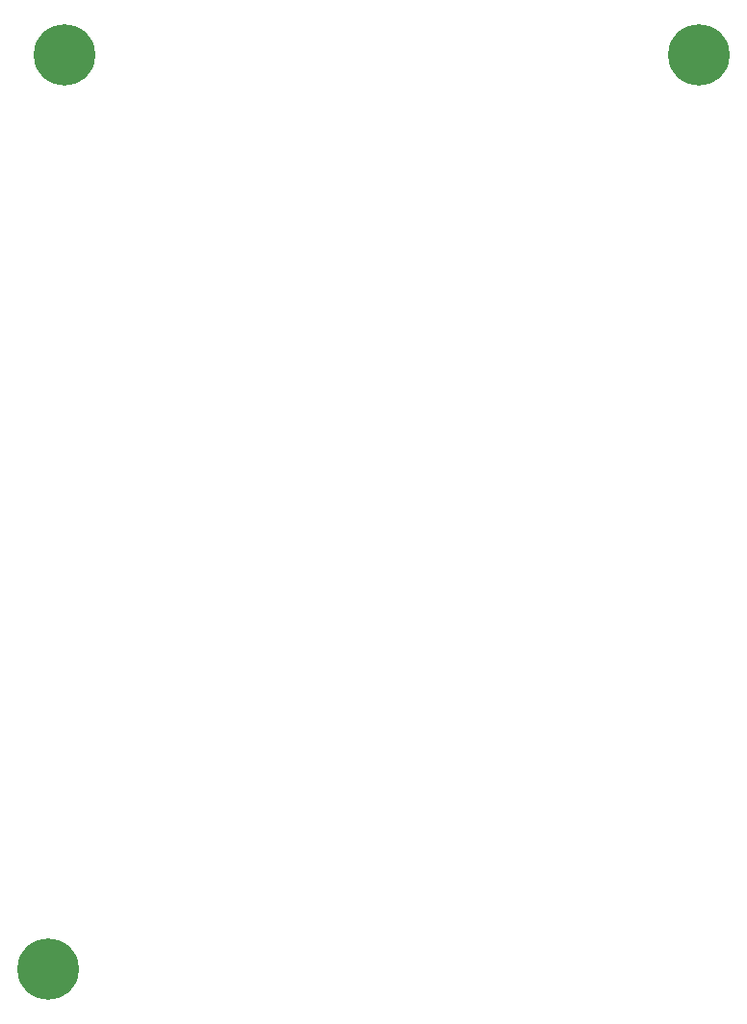
<source format=gbr>
G04 #@! TF.GenerationSoftware,KiCad,Pcbnew,(5.0.0)*
G04 #@! TF.CreationDate,2020-08-12T18:15:37-04:00*
G04 #@! TF.ProjectId,WS2812 Clock,57533238313220436C6F636B2E6B6963,rev?*
G04 #@! TF.SameCoordinates,Original*
G04 #@! TF.FileFunction,Soldermask,Bot*
G04 #@! TF.FilePolarity,Negative*
%FSLAX46Y46*%
G04 Gerber Fmt 4.6, Leading zero omitted, Abs format (unit mm)*
G04 Created by KiCad (PCBNEW (5.0.0)) date 08/12/20 18:15:37*
%MOMM*%
%LPD*%
G01*
G04 APERTURE LIST*
%ADD10C,5.400000*%
G04 APERTURE END LIST*
D10*
G04 #@! TO.C,REF\002A\002A*
X236000000Y-34200000D03*
G04 #@! TD*
G04 #@! TO.C,REF\002A\002A*
X180200000Y-34200000D03*
G04 #@! TD*
G04 #@! TO.C,REF\002A\002A*
X178800000Y-114500000D03*
G04 #@! TD*
M02*

</source>
